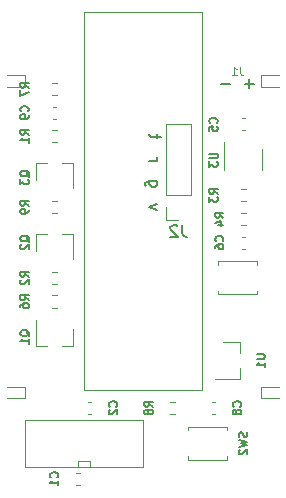
<source format=gbr>
G04 #@! TF.GenerationSoftware,KiCad,Pcbnew,(5.1.10)-1*
G04 #@! TF.CreationDate,2021-12-13T18:57:16+09:00*
G04 #@! TF.ProjectId,cat_toilet,6361745f-746f-4696-9c65-742e6b696361,rev?*
G04 #@! TF.SameCoordinates,Original*
G04 #@! TF.FileFunction,Legend,Bot*
G04 #@! TF.FilePolarity,Positive*
%FSLAX46Y46*%
G04 Gerber Fmt 4.6, Leading zero omitted, Abs format (unit mm)*
G04 Created by KiCad (PCBNEW (5.1.10)-1) date 2021-12-13 18:57:16*
%MOMM*%
%LPD*%
G01*
G04 APERTURE LIST*
%ADD10C,0.150000*%
%ADD11C,0.050000*%
%ADD12C,0.120000*%
%ADD13C,0.100000*%
G04 APERTURE END LIST*
D10*
X18880952Y-12071428D02*
X18119047Y-12071428D01*
X20880952Y-12071428D02*
X20119047Y-12071428D01*
X20500000Y-12452380D02*
X20500000Y-11690476D01*
X12714285Y-22738095D02*
X12047619Y-22500000D01*
X12714285Y-22261904D01*
X12714285Y-20285714D02*
X11904761Y-20285714D01*
X11809523Y-20333333D01*
X11761904Y-20380952D01*
X11714285Y-20476190D01*
X11714285Y-20619047D01*
X11761904Y-20714285D01*
X12095238Y-20285714D02*
X12047619Y-20380952D01*
X12047619Y-20571428D01*
X12095238Y-20666666D01*
X12142857Y-20714285D01*
X12238095Y-20761904D01*
X12523809Y-20761904D01*
X12619047Y-20714285D01*
X12666666Y-20666666D01*
X12714285Y-20571428D01*
X12714285Y-20380952D01*
X12666666Y-20285714D01*
X12047619Y-18571428D02*
X12714285Y-18571428D01*
X12523809Y-18571428D02*
X12619047Y-18523809D01*
X12666666Y-18476190D01*
X12714285Y-18380952D01*
X12714285Y-18285714D01*
X12714285Y-16690476D02*
X12714285Y-16309523D01*
X13047619Y-16547619D02*
X12190476Y-16547619D01*
X12095238Y-16500000D01*
X12047619Y-16404761D01*
X12047619Y-16309523D01*
D11*
X1500000Y-37699999D02*
X1500000Y-38699999D01*
D12*
X16500000Y-6000000D02*
X16500000Y-38000000D01*
X6500000Y-6000000D02*
X16500000Y-6000000D01*
X6500000Y-38000000D02*
X6500000Y-6000000D01*
X16500000Y-38000000D02*
X6500000Y-38000000D01*
D11*
X1500000Y-38699999D02*
X0Y-38700000D01*
X0Y-37700000D02*
X1500000Y-37699999D01*
X21500000Y-38699999D02*
X23000000Y-38699999D01*
X21500000Y-37699999D02*
X21500000Y-38699999D01*
X23000000Y-37699999D02*
X21500000Y-37699999D01*
X21500000Y-12300000D02*
X23000000Y-12299999D01*
X21500000Y-11300000D02*
X21500000Y-12300000D01*
X23000000Y-11299999D02*
X21500000Y-11300000D01*
X1500001Y-12300000D02*
X0Y-12300000D01*
X1500000Y-11300000D02*
X1500001Y-12300000D01*
X0Y-11300000D02*
X1500000Y-11300000D01*
D12*
X21610000Y-17600000D02*
X21610000Y-19400000D01*
X18390000Y-19400000D02*
X18390000Y-16950000D01*
X1500000Y-40500000D02*
X1500000Y-44500000D01*
X1500000Y-44500000D02*
X11500000Y-44500000D01*
X11500000Y-44500000D02*
X11500000Y-40500000D01*
X11500000Y-40500000D02*
X1500000Y-40500000D01*
X7000000Y-44500000D02*
X7000000Y-44000000D01*
X7000000Y-44000000D02*
X6000000Y-44000000D01*
X6000000Y-44000000D02*
X6000000Y-44500000D01*
X19760000Y-33920000D02*
X19760000Y-34850000D01*
X19760000Y-37080000D02*
X19760000Y-36150000D01*
X19760000Y-37080000D02*
X17600000Y-37080000D01*
X19760000Y-33920000D02*
X18300000Y-33920000D01*
X15350000Y-41400000D02*
X15350000Y-41100000D01*
X15350000Y-41100000D02*
X18650000Y-41100000D01*
X18650000Y-41100000D02*
X18650000Y-41400000D01*
X15350000Y-43600000D02*
X15350000Y-43900000D01*
X15350000Y-43900000D02*
X18650000Y-43900000D01*
X18650000Y-43900000D02*
X18650000Y-43600000D01*
X17850000Y-27400000D02*
X17850000Y-27100000D01*
X17850000Y-27100000D02*
X21150000Y-27100000D01*
X21150000Y-27100000D02*
X21150000Y-27400000D01*
X17850000Y-29600000D02*
X17850000Y-29900000D01*
X17850000Y-29900000D02*
X21150000Y-29900000D01*
X21150000Y-29900000D02*
X21150000Y-29600000D01*
X3762742Y-23022500D02*
X4237258Y-23022500D01*
X3762742Y-21977500D02*
X4237258Y-21977500D01*
X13762742Y-40022500D02*
X14237258Y-40022500D01*
X13762742Y-38977500D02*
X14237258Y-38977500D01*
X4237258Y-11977500D02*
X3762742Y-11977500D01*
X4237258Y-13022500D02*
X3762742Y-13022500D01*
X4237258Y-29977500D02*
X3762742Y-29977500D01*
X4237258Y-31022500D02*
X3762742Y-31022500D01*
X19762742Y-24022500D02*
X20237258Y-24022500D01*
X19762742Y-22977500D02*
X20237258Y-22977500D01*
X19762742Y-22022500D02*
X20237258Y-22022500D01*
X19762742Y-20977500D02*
X20237258Y-20977500D01*
X4237258Y-27977500D02*
X3762742Y-27977500D01*
X4237258Y-29022500D02*
X3762742Y-29022500D01*
X3762742Y-17022500D02*
X4237258Y-17022500D01*
X3762742Y-15977500D02*
X4237258Y-15977500D01*
X2420000Y-18740000D02*
X3350000Y-18740000D01*
X5580000Y-18740000D02*
X4650000Y-18740000D01*
X5580000Y-18740000D02*
X5580000Y-20900000D01*
X2420000Y-18740000D02*
X2420000Y-20200000D01*
X2420000Y-24740000D02*
X3350000Y-24740000D01*
X5580000Y-24740000D02*
X4650000Y-24740000D01*
X5580000Y-24740000D02*
X5580000Y-26900000D01*
X2420000Y-24740000D02*
X2420000Y-26200000D01*
X5580000Y-34260000D02*
X4650000Y-34260000D01*
X2420000Y-34260000D02*
X3350000Y-34260000D01*
X2420000Y-34260000D02*
X2420000Y-32100000D01*
X5580000Y-34260000D02*
X5580000Y-32800000D01*
X13440000Y-15440000D02*
X15560000Y-15440000D01*
X13440000Y-21500000D02*
X13440000Y-15440000D01*
X15560000Y-21500000D02*
X15560000Y-15440000D01*
X13440000Y-21500000D02*
X15560000Y-21500000D01*
X13440000Y-22500000D02*
X13440000Y-23560000D01*
X13440000Y-23560000D02*
X14500000Y-23560000D01*
X3859420Y-15010000D02*
X4140580Y-15010000D01*
X3859420Y-13990000D02*
X4140580Y-13990000D01*
X17359420Y-40010000D02*
X17640580Y-40010000D01*
X17359420Y-38990000D02*
X17640580Y-38990000D01*
X20140580Y-24990000D02*
X19859420Y-24990000D01*
X20140580Y-26010000D02*
X19859420Y-26010000D01*
X20140580Y-14990000D02*
X19859420Y-14990000D01*
X20140580Y-16010000D02*
X19859420Y-16010000D01*
X6859420Y-40010000D02*
X7140580Y-40010000D01*
X6859420Y-38990000D02*
X7140580Y-38990000D01*
X5859420Y-46010000D02*
X6140580Y-46010000D01*
X5859420Y-44990000D02*
X6140580Y-44990000D01*
D13*
X19733333Y-10616666D02*
X19733333Y-11116666D01*
X19766666Y-11216666D01*
X19833333Y-11283333D01*
X19933333Y-11316666D01*
X20000000Y-11316666D01*
X19033333Y-11316666D02*
X19433333Y-11316666D01*
X19233333Y-11316666D02*
X19233333Y-10616666D01*
X19300000Y-10716666D01*
X19366666Y-10783333D01*
X19433333Y-10816666D01*
D10*
X17116666Y-17966666D02*
X17683333Y-17966666D01*
X17750000Y-18000000D01*
X17783333Y-18033333D01*
X17816666Y-18100000D01*
X17816666Y-18233333D01*
X17783333Y-18300000D01*
X17750000Y-18333333D01*
X17683333Y-18366666D01*
X17116666Y-18366666D01*
X17116666Y-18633333D02*
X17116666Y-19066666D01*
X17383333Y-18833333D01*
X17383333Y-18933333D01*
X17416666Y-19000000D01*
X17450000Y-19033333D01*
X17516666Y-19066666D01*
X17683333Y-19066666D01*
X17750000Y-19033333D01*
X17783333Y-19000000D01*
X17816666Y-18933333D01*
X17816666Y-18733333D01*
X17783333Y-18666666D01*
X17750000Y-18633333D01*
X21116666Y-34966666D02*
X21683333Y-34966666D01*
X21750000Y-35000000D01*
X21783333Y-35033333D01*
X21816666Y-35100000D01*
X21816666Y-35233333D01*
X21783333Y-35300000D01*
X21750000Y-35333333D01*
X21683333Y-35366666D01*
X21116666Y-35366666D01*
X21816666Y-36066666D02*
X21816666Y-35666666D01*
X21816666Y-35866666D02*
X21116666Y-35866666D01*
X21216666Y-35800000D01*
X21283333Y-35733333D01*
X21316666Y-35666666D01*
X20283333Y-41566666D02*
X20316666Y-41666666D01*
X20316666Y-41833333D01*
X20283333Y-41900000D01*
X20250000Y-41933333D01*
X20183333Y-41966666D01*
X20116666Y-41966666D01*
X20050000Y-41933333D01*
X20016666Y-41900000D01*
X19983333Y-41833333D01*
X19950000Y-41700000D01*
X19916666Y-41633333D01*
X19883333Y-41600000D01*
X19816666Y-41566666D01*
X19750000Y-41566666D01*
X19683333Y-41600000D01*
X19650000Y-41633333D01*
X19616666Y-41700000D01*
X19616666Y-41866666D01*
X19650000Y-41966666D01*
X19616666Y-42200000D02*
X20316666Y-42366666D01*
X19816666Y-42500000D01*
X20316666Y-42633333D01*
X19616666Y-42800000D01*
X19683333Y-43033333D02*
X19650000Y-43066666D01*
X19616666Y-43133333D01*
X19616666Y-43300000D01*
X19650000Y-43366666D01*
X19683333Y-43400000D01*
X19750000Y-43433333D01*
X19816666Y-43433333D01*
X19916666Y-43400000D01*
X20316666Y-43000000D01*
X20316666Y-43433333D01*
X1816666Y-22383333D02*
X1483333Y-22150000D01*
X1816666Y-21983333D02*
X1116666Y-21983333D01*
X1116666Y-22250000D01*
X1150000Y-22316666D01*
X1183333Y-22350000D01*
X1250000Y-22383333D01*
X1350000Y-22383333D01*
X1416666Y-22350000D01*
X1450000Y-22316666D01*
X1483333Y-22250000D01*
X1483333Y-21983333D01*
X1816666Y-22716666D02*
X1816666Y-22850000D01*
X1783333Y-22916666D01*
X1750000Y-22950000D01*
X1650000Y-23016666D01*
X1516666Y-23050000D01*
X1250000Y-23050000D01*
X1183333Y-23016666D01*
X1150000Y-22983333D01*
X1116666Y-22916666D01*
X1116666Y-22783333D01*
X1150000Y-22716666D01*
X1183333Y-22683333D01*
X1250000Y-22650000D01*
X1416666Y-22650000D01*
X1483333Y-22683333D01*
X1516666Y-22716666D01*
X1550000Y-22783333D01*
X1550000Y-22916666D01*
X1516666Y-22983333D01*
X1483333Y-23016666D01*
X1416666Y-23050000D01*
X12316666Y-39383333D02*
X11983333Y-39150000D01*
X12316666Y-38983333D02*
X11616666Y-38983333D01*
X11616666Y-39250000D01*
X11650000Y-39316666D01*
X11683333Y-39350000D01*
X11750000Y-39383333D01*
X11850000Y-39383333D01*
X11916666Y-39350000D01*
X11950000Y-39316666D01*
X11983333Y-39250000D01*
X11983333Y-38983333D01*
X11916666Y-39783333D02*
X11883333Y-39716666D01*
X11850000Y-39683333D01*
X11783333Y-39650000D01*
X11750000Y-39650000D01*
X11683333Y-39683333D01*
X11650000Y-39716666D01*
X11616666Y-39783333D01*
X11616666Y-39916666D01*
X11650000Y-39983333D01*
X11683333Y-40016666D01*
X11750000Y-40050000D01*
X11783333Y-40050000D01*
X11850000Y-40016666D01*
X11883333Y-39983333D01*
X11916666Y-39916666D01*
X11916666Y-39783333D01*
X11950000Y-39716666D01*
X11983333Y-39683333D01*
X12050000Y-39650000D01*
X12183333Y-39650000D01*
X12250000Y-39683333D01*
X12283333Y-39716666D01*
X12316666Y-39783333D01*
X12316666Y-39916666D01*
X12283333Y-39983333D01*
X12250000Y-40016666D01*
X12183333Y-40050000D01*
X12050000Y-40050000D01*
X11983333Y-40016666D01*
X11950000Y-39983333D01*
X11916666Y-39916666D01*
X1816666Y-12383333D02*
X1483333Y-12150000D01*
X1816666Y-11983333D02*
X1116666Y-11983333D01*
X1116666Y-12250000D01*
X1150000Y-12316666D01*
X1183333Y-12350000D01*
X1250000Y-12383333D01*
X1350000Y-12383333D01*
X1416666Y-12350000D01*
X1450000Y-12316666D01*
X1483333Y-12250000D01*
X1483333Y-11983333D01*
X1116666Y-12616666D02*
X1116666Y-13083333D01*
X1816666Y-12783333D01*
X1816666Y-30383333D02*
X1483333Y-30150000D01*
X1816666Y-29983333D02*
X1116666Y-29983333D01*
X1116666Y-30250000D01*
X1150000Y-30316666D01*
X1183333Y-30350000D01*
X1250000Y-30383333D01*
X1350000Y-30383333D01*
X1416666Y-30350000D01*
X1450000Y-30316666D01*
X1483333Y-30250000D01*
X1483333Y-29983333D01*
X1116666Y-30983333D02*
X1116666Y-30850000D01*
X1150000Y-30783333D01*
X1183333Y-30750000D01*
X1283333Y-30683333D01*
X1416666Y-30650000D01*
X1683333Y-30650000D01*
X1750000Y-30683333D01*
X1783333Y-30716666D01*
X1816666Y-30783333D01*
X1816666Y-30916666D01*
X1783333Y-30983333D01*
X1750000Y-31016666D01*
X1683333Y-31050000D01*
X1516666Y-31050000D01*
X1450000Y-31016666D01*
X1416666Y-30983333D01*
X1383333Y-30916666D01*
X1383333Y-30783333D01*
X1416666Y-30716666D01*
X1450000Y-30683333D01*
X1516666Y-30650000D01*
X18316666Y-23383333D02*
X17983333Y-23150000D01*
X18316666Y-22983333D02*
X17616666Y-22983333D01*
X17616666Y-23250000D01*
X17650000Y-23316666D01*
X17683333Y-23350000D01*
X17750000Y-23383333D01*
X17850000Y-23383333D01*
X17916666Y-23350000D01*
X17950000Y-23316666D01*
X17983333Y-23250000D01*
X17983333Y-22983333D01*
X17850000Y-23983333D02*
X18316666Y-23983333D01*
X17583333Y-23816666D02*
X18083333Y-23650000D01*
X18083333Y-24083333D01*
X17816666Y-21383333D02*
X17483333Y-21150000D01*
X17816666Y-20983333D02*
X17116666Y-20983333D01*
X17116666Y-21250000D01*
X17150000Y-21316666D01*
X17183333Y-21350000D01*
X17250000Y-21383333D01*
X17350000Y-21383333D01*
X17416666Y-21350000D01*
X17450000Y-21316666D01*
X17483333Y-21250000D01*
X17483333Y-20983333D01*
X17116666Y-21616666D02*
X17116666Y-22050000D01*
X17383333Y-21816666D01*
X17383333Y-21916666D01*
X17416666Y-21983333D01*
X17450000Y-22016666D01*
X17516666Y-22050000D01*
X17683333Y-22050000D01*
X17750000Y-22016666D01*
X17783333Y-21983333D01*
X17816666Y-21916666D01*
X17816666Y-21716666D01*
X17783333Y-21650000D01*
X17750000Y-21616666D01*
X1816666Y-28383333D02*
X1483333Y-28150000D01*
X1816666Y-27983333D02*
X1116666Y-27983333D01*
X1116666Y-28250000D01*
X1150000Y-28316666D01*
X1183333Y-28350000D01*
X1250000Y-28383333D01*
X1350000Y-28383333D01*
X1416666Y-28350000D01*
X1450000Y-28316666D01*
X1483333Y-28250000D01*
X1483333Y-27983333D01*
X1183333Y-28650000D02*
X1150000Y-28683333D01*
X1116666Y-28750000D01*
X1116666Y-28916666D01*
X1150000Y-28983333D01*
X1183333Y-29016666D01*
X1250000Y-29050000D01*
X1316666Y-29050000D01*
X1416666Y-29016666D01*
X1816666Y-28616666D01*
X1816666Y-29050000D01*
X1816666Y-16383333D02*
X1483333Y-16150000D01*
X1816666Y-15983333D02*
X1116666Y-15983333D01*
X1116666Y-16250000D01*
X1150000Y-16316666D01*
X1183333Y-16350000D01*
X1250000Y-16383333D01*
X1350000Y-16383333D01*
X1416666Y-16350000D01*
X1450000Y-16316666D01*
X1483333Y-16250000D01*
X1483333Y-15983333D01*
X1816666Y-17050000D02*
X1816666Y-16650000D01*
X1816666Y-16850000D02*
X1116666Y-16850000D01*
X1216666Y-16783333D01*
X1283333Y-16716666D01*
X1316666Y-16650000D01*
X1883333Y-19933333D02*
X1850000Y-19866666D01*
X1783333Y-19800000D01*
X1683333Y-19700000D01*
X1650000Y-19633333D01*
X1650000Y-19566666D01*
X1816666Y-19600000D02*
X1783333Y-19533333D01*
X1716666Y-19466666D01*
X1583333Y-19433333D01*
X1350000Y-19433333D01*
X1216666Y-19466666D01*
X1150000Y-19533333D01*
X1116666Y-19600000D01*
X1116666Y-19733333D01*
X1150000Y-19800000D01*
X1216666Y-19866666D01*
X1350000Y-19900000D01*
X1583333Y-19900000D01*
X1716666Y-19866666D01*
X1783333Y-19800000D01*
X1816666Y-19733333D01*
X1816666Y-19600000D01*
X1116666Y-20133333D02*
X1116666Y-20566666D01*
X1383333Y-20333333D01*
X1383333Y-20433333D01*
X1416666Y-20500000D01*
X1450000Y-20533333D01*
X1516666Y-20566666D01*
X1683333Y-20566666D01*
X1750000Y-20533333D01*
X1783333Y-20500000D01*
X1816666Y-20433333D01*
X1816666Y-20233333D01*
X1783333Y-20166666D01*
X1750000Y-20133333D01*
X1883333Y-25433333D02*
X1850000Y-25366666D01*
X1783333Y-25300000D01*
X1683333Y-25200000D01*
X1650000Y-25133333D01*
X1650000Y-25066666D01*
X1816666Y-25100000D02*
X1783333Y-25033333D01*
X1716666Y-24966666D01*
X1583333Y-24933333D01*
X1350000Y-24933333D01*
X1216666Y-24966666D01*
X1150000Y-25033333D01*
X1116666Y-25100000D01*
X1116666Y-25233333D01*
X1150000Y-25300000D01*
X1216666Y-25366666D01*
X1350000Y-25400000D01*
X1583333Y-25400000D01*
X1716666Y-25366666D01*
X1783333Y-25300000D01*
X1816666Y-25233333D01*
X1816666Y-25100000D01*
X1183333Y-25666666D02*
X1150000Y-25700000D01*
X1116666Y-25766666D01*
X1116666Y-25933333D01*
X1150000Y-26000000D01*
X1183333Y-26033333D01*
X1250000Y-26066666D01*
X1316666Y-26066666D01*
X1416666Y-26033333D01*
X1816666Y-25633333D01*
X1816666Y-26066666D01*
X1883333Y-33433333D02*
X1850000Y-33366666D01*
X1783333Y-33300000D01*
X1683333Y-33200000D01*
X1650000Y-33133333D01*
X1650000Y-33066666D01*
X1816666Y-33100000D02*
X1783333Y-33033333D01*
X1716666Y-32966666D01*
X1583333Y-32933333D01*
X1350000Y-32933333D01*
X1216666Y-32966666D01*
X1150000Y-33033333D01*
X1116666Y-33100000D01*
X1116666Y-33233333D01*
X1150000Y-33300000D01*
X1216666Y-33366666D01*
X1350000Y-33400000D01*
X1583333Y-33400000D01*
X1716666Y-33366666D01*
X1783333Y-33300000D01*
X1816666Y-33233333D01*
X1816666Y-33100000D01*
X1816666Y-34066666D02*
X1816666Y-33666666D01*
X1816666Y-33866666D02*
X1116666Y-33866666D01*
X1216666Y-33800000D01*
X1283333Y-33733333D01*
X1316666Y-33666666D01*
X14833333Y-24012380D02*
X14833333Y-24726666D01*
X14880952Y-24869523D01*
X14976190Y-24964761D01*
X15119047Y-25012380D01*
X15214285Y-25012380D01*
X14404761Y-24107619D02*
X14357142Y-24060000D01*
X14261904Y-24012380D01*
X14023809Y-24012380D01*
X13928571Y-24060000D01*
X13880952Y-24107619D01*
X13833333Y-24202857D01*
X13833333Y-24298095D01*
X13880952Y-24440952D01*
X14452380Y-25012380D01*
X13833333Y-25012380D01*
X1750000Y-14383333D02*
X1783333Y-14350000D01*
X1816666Y-14250000D01*
X1816666Y-14183333D01*
X1783333Y-14083333D01*
X1716666Y-14016666D01*
X1650000Y-13983333D01*
X1516666Y-13950000D01*
X1416666Y-13950000D01*
X1283333Y-13983333D01*
X1216666Y-14016666D01*
X1150000Y-14083333D01*
X1116666Y-14183333D01*
X1116666Y-14250000D01*
X1150000Y-14350000D01*
X1183333Y-14383333D01*
X1816666Y-14716666D02*
X1816666Y-14850000D01*
X1783333Y-14916666D01*
X1750000Y-14950000D01*
X1650000Y-15016666D01*
X1516666Y-15050000D01*
X1250000Y-15050000D01*
X1183333Y-15016666D01*
X1150000Y-14983333D01*
X1116666Y-14916666D01*
X1116666Y-14783333D01*
X1150000Y-14716666D01*
X1183333Y-14683333D01*
X1250000Y-14650000D01*
X1416666Y-14650000D01*
X1483333Y-14683333D01*
X1516666Y-14716666D01*
X1550000Y-14783333D01*
X1550000Y-14916666D01*
X1516666Y-14983333D01*
X1483333Y-15016666D01*
X1416666Y-15050000D01*
X19750000Y-39383333D02*
X19783333Y-39350000D01*
X19816666Y-39250000D01*
X19816666Y-39183333D01*
X19783333Y-39083333D01*
X19716666Y-39016666D01*
X19650000Y-38983333D01*
X19516666Y-38950000D01*
X19416666Y-38950000D01*
X19283333Y-38983333D01*
X19216666Y-39016666D01*
X19150000Y-39083333D01*
X19116666Y-39183333D01*
X19116666Y-39250000D01*
X19150000Y-39350000D01*
X19183333Y-39383333D01*
X19416666Y-39783333D02*
X19383333Y-39716666D01*
X19350000Y-39683333D01*
X19283333Y-39650000D01*
X19250000Y-39650000D01*
X19183333Y-39683333D01*
X19150000Y-39716666D01*
X19116666Y-39783333D01*
X19116666Y-39916666D01*
X19150000Y-39983333D01*
X19183333Y-40016666D01*
X19250000Y-40050000D01*
X19283333Y-40050000D01*
X19350000Y-40016666D01*
X19383333Y-39983333D01*
X19416666Y-39916666D01*
X19416666Y-39783333D01*
X19450000Y-39716666D01*
X19483333Y-39683333D01*
X19550000Y-39650000D01*
X19683333Y-39650000D01*
X19750000Y-39683333D01*
X19783333Y-39716666D01*
X19816666Y-39783333D01*
X19816666Y-39916666D01*
X19783333Y-39983333D01*
X19750000Y-40016666D01*
X19683333Y-40050000D01*
X19550000Y-40050000D01*
X19483333Y-40016666D01*
X19450000Y-39983333D01*
X19416666Y-39916666D01*
X18250000Y-25383333D02*
X18283333Y-25350000D01*
X18316666Y-25250000D01*
X18316666Y-25183333D01*
X18283333Y-25083333D01*
X18216666Y-25016666D01*
X18150000Y-24983333D01*
X18016666Y-24950000D01*
X17916666Y-24950000D01*
X17783333Y-24983333D01*
X17716666Y-25016666D01*
X17650000Y-25083333D01*
X17616666Y-25183333D01*
X17616666Y-25250000D01*
X17650000Y-25350000D01*
X17683333Y-25383333D01*
X17616666Y-25983333D02*
X17616666Y-25850000D01*
X17650000Y-25783333D01*
X17683333Y-25750000D01*
X17783333Y-25683333D01*
X17916666Y-25650000D01*
X18183333Y-25650000D01*
X18250000Y-25683333D01*
X18283333Y-25716666D01*
X18316666Y-25783333D01*
X18316666Y-25916666D01*
X18283333Y-25983333D01*
X18250000Y-26016666D01*
X18183333Y-26050000D01*
X18016666Y-26050000D01*
X17950000Y-26016666D01*
X17916666Y-25983333D01*
X17883333Y-25916666D01*
X17883333Y-25783333D01*
X17916666Y-25716666D01*
X17950000Y-25683333D01*
X18016666Y-25650000D01*
X17750000Y-15383333D02*
X17783333Y-15350000D01*
X17816666Y-15250000D01*
X17816666Y-15183333D01*
X17783333Y-15083333D01*
X17716666Y-15016666D01*
X17650000Y-14983333D01*
X17516666Y-14950000D01*
X17416666Y-14950000D01*
X17283333Y-14983333D01*
X17216666Y-15016666D01*
X17150000Y-15083333D01*
X17116666Y-15183333D01*
X17116666Y-15250000D01*
X17150000Y-15350000D01*
X17183333Y-15383333D01*
X17116666Y-16016666D02*
X17116666Y-15683333D01*
X17450000Y-15650000D01*
X17416666Y-15683333D01*
X17383333Y-15750000D01*
X17383333Y-15916666D01*
X17416666Y-15983333D01*
X17450000Y-16016666D01*
X17516666Y-16050000D01*
X17683333Y-16050000D01*
X17750000Y-16016666D01*
X17783333Y-15983333D01*
X17816666Y-15916666D01*
X17816666Y-15750000D01*
X17783333Y-15683333D01*
X17750000Y-15650000D01*
X9250000Y-39383333D02*
X9283333Y-39350000D01*
X9316666Y-39250000D01*
X9316666Y-39183333D01*
X9283333Y-39083333D01*
X9216666Y-39016666D01*
X9150000Y-38983333D01*
X9016666Y-38950000D01*
X8916666Y-38950000D01*
X8783333Y-38983333D01*
X8716666Y-39016666D01*
X8650000Y-39083333D01*
X8616666Y-39183333D01*
X8616666Y-39250000D01*
X8650000Y-39350000D01*
X8683333Y-39383333D01*
X8683333Y-39650000D02*
X8650000Y-39683333D01*
X8616666Y-39750000D01*
X8616666Y-39916666D01*
X8650000Y-39983333D01*
X8683333Y-40016666D01*
X8750000Y-40050000D01*
X8816666Y-40050000D01*
X8916666Y-40016666D01*
X9316666Y-39616666D01*
X9316666Y-40050000D01*
X4250000Y-45383333D02*
X4283333Y-45350000D01*
X4316666Y-45250000D01*
X4316666Y-45183333D01*
X4283333Y-45083333D01*
X4216666Y-45016666D01*
X4150000Y-44983333D01*
X4016666Y-44950000D01*
X3916666Y-44950000D01*
X3783333Y-44983333D01*
X3716666Y-45016666D01*
X3650000Y-45083333D01*
X3616666Y-45183333D01*
X3616666Y-45250000D01*
X3650000Y-45350000D01*
X3683333Y-45383333D01*
X4316666Y-46050000D02*
X4316666Y-45650000D01*
X4316666Y-45850000D02*
X3616666Y-45850000D01*
X3716666Y-45783333D01*
X3783333Y-45716666D01*
X3816666Y-45650000D01*
M02*

</source>
